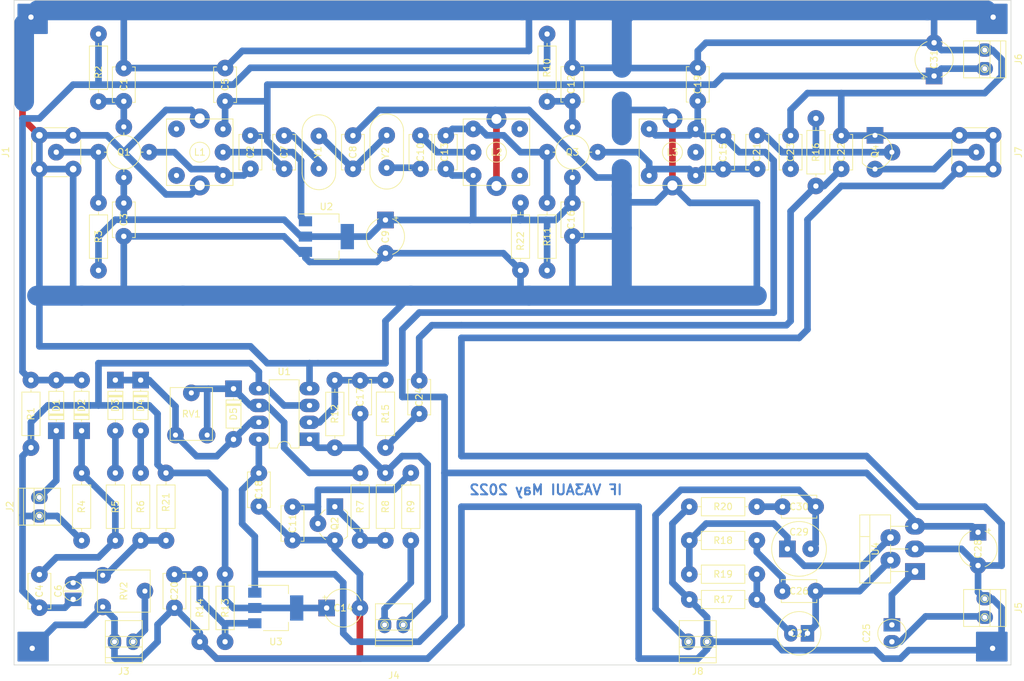
<source format=kicad_pcb>
(kicad_pcb (version 20211014) (generator pcbnew)
  (title_block (title "IF amp./Prod. det./BFO/AF amp./AGC") (date "2021-12-31") (company "VA3AUI"))
  (layers (0 "F.Cu" signal) (31 "B.Cu" signal) (34 "B.Paste" user) (35 "F.Paste" user) (36 "B.SilkS" user "B.Silkscreen") (37 "F.SilkS" user "F.Silkscreen") (38 "B.Mask" user) (39 "F.Mask" user) (44 "Edge.Cuts" user))
  (net 0 "")
  (net 1 "GNDPWR")
  (net 2 "Net-(C2-Pad2)")
  (net 3 "Net-(C1-Pad2)")
  (net 4 "Net-(C7-Pad1)")
  (net 5 "Net-(D4-Pad2)")
  (net 6 "/+6.5V")
  (net 7 "Net-(C7-Pad2)")
  (net 8 "/+13.8V")
  (net 9 "/AGC")
  (net 10 "Net-(C6-Pad2)")
  (net 11 "Net-(C12-Pad2)")
  (net 12 "/+2.5V")
  (net 13 "Net-(C8-Pad2)")
  (net 14 "Net-(C11-Pad2)")
  (net 15 "/Manual")
  (net 16 "/Product Detector")
  (net 17 "/Speaker")
  (net 18 "Net-(C10-Pad1)")
  (net 19 "Net-(D1-Pad2)")
  (net 20 "Net-(C10-Pad2)")
  (net 21 "/AF In")
  (net 22 "Net-(J3-Pad2)")
  (net 23 "/630uV")
  (net 24 "Net-(C20-Pad1)")
  (net 25 "Net-(C24-Pad1)")
  (net 26 "Net-(C26-Pad1)")
  (net 27 "Net-(C27-Pad2)")
  (net 28 "/6.5Vpp")
  (net 29 "Net-(D3-Pad2)")
  (net 30 "Net-(D5-Pad1)")
  (net 31 "/20mV")
  (net 32 "Net-(C30-Pad1)")
  (net 33 "Net-(J1-Pad1)")
  (net 34 "Net-(J7-Pad1)")
  (net 35 "/AGC OFF")
  (net 36 "Net-(C13-Pad1)")
  (net 37 "Net-(C17-Pad2)")
  (net 38 "Net-(C21-Pad2)")
  (net 39 "Net-(C25-Pad1)")
  (net 40 "Net-(C26-Pad2)")
  (net 41 "Net-(C29-Pad1)")
  (net 42 "Net-(Q2-Pad3)")
  (footprint "VA3AUI:C_Disc_D5.1mm_W3.2mm_P5.00mm_MLCC" (layer "F.Cu") (at 100.33 67.35 -90)
    (fp_text reference "C2")
    (fp_text value "47" hide)
  )
  (footprint "VA3AUI:C_Disc_D5.1mm_W3.2mm_P5.00mm_MLCC" (layer "F.Cu") (at 96.52 57.19 -90)
    (fp_text reference "C5")
    (fp_text value "33n" hide)
  )
  (footprint "VA3AUI:C_Disc_D5.1mm_W3.2mm_P5.00mm_MLCC" (layer "F.Cu") (at 115.76 67.35 -90)
    (fp_text reference "C8")
    (fp_text value "56" hide)
  )
  (footprint "VA3AUI:C_Disc_D5.1mm_W3.2mm_P5.00mm_MLCC" (layer "F.Cu") (at 125.92 67.35 -90)
    (fp_text reference "C10")
    (fp_text value "56")
  )
  (footprint "VA3AUI:C_Disc_D5.1mm_W3.2mm_P5.00mm_MLCC" (layer "F.Cu") (at 148.78 77.51 -90)
    (fp_text reference "C16")
    (fp_text value "33n" hide)
  )
  (footprint "VA3AUI:C_Disc_D5.1mm_W3.2mm_P5.00mm_MLCC" (layer "F.Cu") (at 88.9 133.39 -90)
    (fp_text reference "C20")
    (fp_text value "10u" hide)
  )
  (footprint "VA3AUI:CP_Radial_Tantal_D5.5mm_P5.00mm" (layer "F.Cu") (at 209.815 127.04 -90)
    (fp_text reference "C28")
    (fp_text value "22u" hide)
  )
  (footprint "VA3AUI:CP_Radial_D3mm_H8.0mm_P2.50mm" (layer "F.Cu") (at 73.66 135.89 90)
    (fp_text reference "C6")
    (fp_text value "3.3" hide)
  )
  (footprint "VA3AUI:C_Disc_D5.1mm_W3.2mm_P5.00mm_MLCC" (layer "F.Cu") (at 176.59 72.35 90)
    (fp_text reference "C21")
    (fp_text value "1n" hide)
  )
  (footprint "VA3AUI:CP_Radial_Tantal_D5.5mm_P5.00mm" (layer "F.Cu") (at 120.65 80.05 -90)
    (fp_text reference "C9")
    (fp_text value "22u" hide)
  )
  (footprint "VA3AUI:C_Disc_D5.1mm_W3.2mm_P5.00mm_MLCC" (layer "F.Cu") (at 106.6625 128.22 90)
    (fp_text reference "C11")
    (fp_text value "33n" hide)
  )
  (footprint "VA3AUI:C_Disc_D5.1mm_W3.2mm_P5.00mm_MLCC" (layer "F.Cu") (at 171.45 67.39 -90)
    (fp_text reference "C15")
    (fp_text value "47" hide)
  )
  (footprint "VA3AUI:C_Disc_D5.1mm_W3.2mm_P5.00mm_MLCC" (layer "F.Cu") (at 181.61 72.35 90)
    (fp_text reference "C23")
    (fp_text value "1n" hide)
  )
  (footprint "VA3AUI:C_Disc_D5.1mm_W3.2mm_P5.00mm_MLCC" (layer "F.Cu") (at 129.73 67.35 -90)
    (fp_text reference "C13")
    (fp_text value "47" hide)
  )
  (footprint "VA3AUI:C_Disc_D5.1mm_W3.2mm_P5.00mm_MLCC" (layer "F.Cu") (at 81.28 77.51 -90)
    (fp_text reference "C3")
    (fp_text value "33n" hide)
  )
  (footprint "VA3AUI:C_Disc_D5.1mm_W3.2mm_P5.00mm_MLCC" (layer "F.Cu") (at 125.73 109.2 90)
    (fp_text reference "C24")
    (fp_text value "0.1" hide)
  )
  (footprint "VA3AUI:C_Disc_D5.1mm_W3.2mm_P5.00mm_MLCC" (layer "F.Cu") (at 81.28 57.19 -90)
    (fp_text reference "C1")
    (fp_text value "33n" hide)
  )
  (footprint "VA3AUI:CP_Radial_Tantal_D5.5mm_P5.00mm" (layer "F.Cu") (at 203.2 58.38 90)
    (fp_text reference "C31")
    (fp_text value "22u" hide)
  )
  (footprint "VA3AUI:CP_Radial_D8.0mm_H11.5mm_P3.50mm" (layer "F.Cu") (at 181.13 129.54)
    (fp_text reference "C29")
    (fp_text value "1000u" hide)
  )
  (footprint "VA3AUI:C_Disc_D5.1mm_W3.2mm_P5.00mm_MLCC" (layer "F.Cu") (at 180.38 123.19)
    (fp_text reference "C30")
    (fp_text value "0.1" hide)
  )
  (footprint "VA3AUI:C_Disc_D5.1mm_W3.2mm_P5.00mm_MLCC" (layer "F.Cu") (at 101.6025 123.14 90)
    (fp_text reference "C18")
    (fp_text value "0.1" hide)
  )
  (footprint "VA3AUI:CP_Radial_D4.0mm_H5.0mm_P2.50mm" (layer "F.Cu") (at 196.85 142.24 -90)
    (fp_text reference "C25")
    (fp_text value "10u" hide)
  )
  (footprint "VA3AUI:C_Disc_D5.1mm_W3.2mm_P5.00mm_MLCC" (layer "F.Cu") (at 189.23 72.35 90)
    (fp_text reference "C22")
    (fp_text value "1n" hide)
  )
  (footprint "VA3AUI:C_Disc_D5.1mm_W3.2mm_P5.00mm_MLCC" (layer "F.Cu") (at 148.78 57.15 -90)
    (fp_text reference "C12")
    (fp_text value "33n" hide)
  )
  (footprint "VA3AUI:C_Disc_D5.1mm_W3.2mm_P5.00mm_MLCC" (layer "F.Cu") (at 185.38 135.89 180)
    (fp_text reference "C26")
    (fp_text value "39n" hide)
  )
  (footprint "VA3AUI:CP_Radial_D6.3mm_H5.0mm_P2.50mm" (layer "F.Cu") (at 184.15 142.24 180)
    (fp_text reference "C27")
    (fp_text value "470u" hide)
  )
  (footprint "VA3AUI:C_Disc_D5.1mm_W3.2mm_P5.00mm_MLCC" (layer "F.Cu") (at 105.41 67.35 -90)
    (fp_text reference "C7")
    (fp_text value "56" hide)
  )
  (footprint "VA3AUI:C_Disc_D5.1mm_W3.2mm_P5.00mm_MLCC" (layer "F.Cu") (at 68.58 138.39 90)
    (fp_text reference "C4")
    (fp_text value "680n" hide)
  )
  (footprint "VA3AUI:C_Disc_D5.1mm_W3.2mm_P5.00mm_MLCC" (layer "F.Cu") (at 167.64 57.15 -90)
    (fp_text reference "C19")
    (fp_text value "33n" hide)
  )
  (footprint "VA3AUI:D_DO-35_SOD27_P7.62mm_Horizontal" (layer "F.Cu") (at 71.12 111.76 90)
    (fp_text reference "D1")
    (fp_text value "BAT85" hide)
  )
  (footprint "VA3AUI:D_DO-35_SOD27_P7.62mm_Horizontal" (layer "F.Cu") (at 80.01 104.14 -90)
    (fp_text reference "D3")
    (fp_text value "BAT85" hide)
  )
  (footprint "VA3AUI:D_DO-35_SOD27_P7.62mm_Horizontal" (layer "F.Cu") (at 74.93 111.76 90)
    (fp_text reference "D2")
    (fp_text value "BAT85" hide)
  )
  (footprint "VA3AUI:D_DO-35_SOD27_P7.62mm_Horizontal" (layer "F.Cu") (at 97.79 105.44 -90)
    (fp_text reference "D5")
    (fp_text value "BAT85" hide)
  )
  (footprint "VA3AUI:D_DO-35_SOD27_P7.62mm_Horizontal" (layer "F.Cu") (at 83.82 104.14 -90)
    (fp_text reference "D4")
    (fp_text value "BAT85" hide)
  )
  (footprint "VA3AUI:2poles_screw_tb" (layer "F.Cu") (at 210.82 55.88 90)
    (fp_text reference "J6")
    (fp_text value "Screw_Terminal_01x02" hide)
  )
  (footprint "VA3AUI:SMA" (layer "F.Cu") (at 71.12 69.85 90)
    (fp_text reference "J1")
    (fp_text value "IF" hide)
  )
  (footprint "VA3AUI:SMA" (layer "F.Cu") (at 209.55 69.85 90)
    (fp_text reference "J7")
    (fp_text value "BFO" hide)
  )
  (footprint "VA3AUI:2poles_screw_tb" (layer "F.Cu") (at 68.58 123.19 -90)
    (fp_text reference "J2")
    (fp_text value "Screw_Terminal_01x02" hide)
  )
  (footprint "VA3AUI:2poles_screw_tb" (layer "F.Cu") (at 121.92 140.97)
    (fp_text reference "J4")
    (fp_text value "Screw_Terminal_01x02" hide)
  )
  (footprint "VA3AUI:2poles_screw_tb" (layer "F.Cu") (at 210.82 138.43 90)
    (fp_text reference "J5")
    (fp_text value "Screw_Terminal_01x02" hide)
  )
  (footprint "VA3AUI:Filter_IF_tap" (layer "F.Cu") (at 92.71 69.85 180)
    (fp_text reference "L1")
    (fp_text value "6.7uH" hide)
  )
  (footprint "VA3AUI:Filter_IF_tap" (layer "F.Cu") (at 137.35 69.85)
    (fp_text reference "L2")
    (fp_text value "6.7uH" hide)
  )
  (footprint "VA3AUI:BF981" (layer "F.Cu") (at 81.28 69.85)
    (fp_text reference "Q1")
    (fp_text value "BF981" hide)
  )
  (footprint "VA3AUI:TO-92_2N2222" (layer "F.Cu") (at 113.03 125.73 90)
    (fp_text reference "Q2")
    (fp_text value "2N2222")
  )
  (footprint "VA3AUI:TO-92_2N5460" (layer "F.Cu") (at 194.31 69.85 -90)
    (fp_text reference "Q4")
    (fp_text value "2N5460" hide)
  )
  (footprint "VA3AUI:BF981" (layer "F.Cu") (at 148.78 69.85)
    (fp_text reference "Q3")
    (fp_text value "BF981" hide)
  )
  (footprint "VA3AUI:R_Axial_DIN0207_L6.3mm_D2.5mm_P10.16mm_Horizontal" (layer "F.Cu") (at 67.31 104.14 -90)
    (fp_text reference "R1")
    (fp_text value "1M" hide)
  )
  (footprint "VA3AUI:R_Axial_DIN0207_L6.3mm_D2.5mm_P10.16mm_Horizontal" (layer "F.Cu") (at 77.47 77.47 -90)
    (fp_text reference "R3")
    (fp_text value "620" hide)
  )
  (footprint "VA3AUI:R_Axial_DIN0207_L6.3mm_D2.5mm_P10.16mm_Horizontal" (layer "F.Cu") (at 83.82 118.11 -90)
    (fp_text reference "R6")
    (fp_text value "1k" hide)
  )
  (footprint "VA3AUI:R_Axial_DIN0207_L6.3mm_D2.5mm_P10.16mm_Horizontal" (layer "F.Cu") (at 124.4625 118.12 -90)
    (fp_text reference "R9")
    (fp_text value "10k" hide)
  )
  (footprint "VA3AUI:R_Axial_DIN0207_L6.3mm_D2.5mm_P10.16mm_Horizontal" (layer "F.Cu") (at 144.97 77.47 -90)
    (fp_text reference "R11")
    (fp_text value "4k7" hide)
  )
  (footprint "VA3AUI:R_Axial_DIN0207_L6.3mm_D2.5mm_P10.16mm_Horizontal" (layer "F.Cu") (at 176.53 137.16 180)
    (fp_text reference "R17")
    (fp_text value "2.2 Ohm" hide)
  )
  (footprint "VA3AUI:R_Axial_DIN0207_L6.3mm_D2.5mm_P10.16mm_Horizontal" (layer "F.Cu") (at 166.37 133.35)
    (fp_text reference "R19")
    (fp_text value "220" hide)
  )
  (footprint "VA3AUI:R_Axial_DIN0207_L6.3mm_D2.5mm_P10.16mm_Horizontal" (layer "F.Cu") (at 113.03 114.32 90)
    (fp_text reference "R12")
    (fp_text value "1M" hide)
  )
  (footprint "VA3AUI:R_Axial_DIN0207_L6.3mm_D2.5mm_P10.16mm_Horizontal" (layer "F.Cu") (at 74.93 118.11 -90)
    (fp_text reference "R4")
    (fp_text value "1M" hide)
  )
  (footprint "VA3AUI:R_Axial_DIN0207_L6.3mm_D2.5mm_P10.16mm_Horizontal" (layer "F.Cu") (at 144.97 52.07 -90)
    (fp_text reference "R10")
    (fp_text value "10k" hide)
  )
  (footprint "VA3AUI:R_Axial_DIN0207_L6.3mm_D2.5mm_P10.16mm_Horizontal" (layer "F.Cu") (at 166.37 128.27)
    (fp_text reference "R18")
    (fp_text value "39" hide)
  )
  (footprint "VA3AUI:R_Axial_DIN0207_L6.3mm_D2.5mm_P10.16mm_Horizontal" (layer "F.Cu") (at 185.42 74.93 90)
    (fp_text reference "R16")
    (fp_text value "1k" hide)
  )
  (footprint "VA3AUI:R_Axial_DIN0207_L6.3mm_D2.5mm_P10.16mm_Horizontal" (layer "F.Cu") (at 176.53 123.19 180)
    (fp_text reference "R20")
    (fp_text value "1" hide)
  )
  (footprint "VA3AUI:R_Axial_DIN0207_L6.3mm_D2.5mm_P10.16mm_Horizontal" (layer "F.Cu") (at 96.52 133.35 -90)
    (fp_text reference "R13")
    (fp_text value "510" hide)
  )
  (footprint "VA3AUI:R_Axial_DIN0207_L6.3mm_D2.5mm_P10.16mm_Horizontal" (layer "F.Cu") (at 92.71 133.35 -90)
    (fp_text reference "R14")
    (fp_text value "120" hide)
  )
  (footprint "VA3AUI:R_Axial_DIN0207_L6.3mm_D2.5mm_P10.16mm_Horizontal" (layer "F.Cu") (at 120.65 104.14 -90)
    (fp_text reference "R15")
    (fp_text value "10k" hide)
  )
  (footprint "VA3AUI:R_Axial_DIN0207_L6.3mm_D2.5mm_P10.16mm_Horizontal" (layer "F.Cu") (at 120.6325 128.26 90)
    (fp_text reference "R8")
    (fp_text value "4k7" hide)
  )
  (footprint "VA3AUI:R_Axial_DIN0207_L6.3mm_D2.5mm_P10.16mm_Horizontal" (layer "F.Cu") (at 116.84 118.11 -90)
    (fp_text reference "R7")
    (fp_text value "4k7" hide)
  )
  (footprint "VA3AUI:R_Axial_DIN0207_L6.3mm_D2.5mm_P10.16mm_Horizontal" (layer "F.Cu") (at 80.01 118.11 -90)
    (fp_text reference "R5")
    (fp_text value "1k" hide)
  )
  (footprint "VA3AUI:R_trimmer" (layer "F.Cu") (at 91.44 109.24)
    (fp_text reference "RV1")
    (fp_text value "200k" hide)
  )
  (footprint "VA3AUI:R_trimmer" (layer "F.Cu") (at 81.28 135.89 -90)
    (fp_text reference "RV2")
    (fp_text value "1M" hide)
  )
  (footprint "VA3AUI:HC49-U" (layer "F.Cu") (at 110.64 72.3 90)
    (fp_text reference "Y1")
    (fp_text value "9MHz" hide)
  )
  (footprint "VA3AUI:HC49-U" (layer "F.Cu") (at 120.84 67.31 -90)
    (fp_text reference "Y2")
    (fp_text value "9MHz" hide)
  )
  (footprint "VA3AUI:CP_Radial_Tantal_D5.5mm_P5.00mm" (layer "F.Cu") (at 111.8 138.43)
    (fp_text reference "C14")
    (fp_text value "22u" hide)
  )
  (footprint "VA3AUI:2poles_screw_tb" (layer "F.Cu") (at 81.28 143.51)
    (fp_text reference "J3")
    (fp_text value "Screw_Terminal_01x02" hide)
  )
  (footprint "VA3AUI:R_Axial_DIN0207_L6.3mm_D2.5mm_P10.16mm_Horizontal" (layer "F.Cu") (at 77.47 52.07 -90)
    (fp_text reference "R2")
    (fp_text value "10k" hide)
  )
  (footprint "VA3AUI:TL072" (layer "F.Cu") (at 109.2225 113.04 180)
    (fp_text reference "U1")
    (fp_text value "TL072" hide)
  )
  (footprint "VA3AUI:Filter_IF" (layer "F.Cu") (at 163.83 69.85 180)
    (fp_text reference "L3")
    (fp_text value "6.7uH" hide)
  )
  (footprint "VA3AUI:AMS1117" (layer "F.Cu") (at 111.76 82.55)
    (fp_text reference "U2")
    (fp_text value "AMS1117" hide)
  )
  (footprint "VA3AUI:AMS1117" (layer "F.Cu") (at 104.14 138.43)
    (fp_text reference "U3")
    (fp_text value "AMS1117" hide)
  )
  (footprint "VA3AUI:R_Axial_DIN0207_L6.3mm_D2.5mm_P10.16mm_Horizontal" (layer "F.Cu") (at 87.63 128.27 90)
    (fp_text reference "R21")
    (fp_text value "100k" hide)
  )
  (footprint "VA3AUI:C_Disc_D5.1mm_W3.2mm_P5.00mm_MLCC" (layer "F.Cu") (at 116.84 109.2 90)
    (fp_text reference "C17")
    (fp_text value "15" hide)
  )
  (footprint "VA3AUI:TDA2203" (layer "F.Cu") (at 200.3375 132.94 90)
    (fp_text reference "U4")
    (fp_text value "TDA2003" hide)
  )
  (footprint "VA3AUI:2poles_screw_tb" (layer "F.Cu") (at 167.64 143.51)
    (fp_text reference "J8")
    (fp_text value "Screw_Terminal_01x02" hide)
  )
  (footprint "VA3AUI:R_Axial_DIN0207_L6.3mm_D2.5mm_P10.16mm_Horizontal" (layer "F.Cu") (at 140.97 77.47 -90)
    (fp_text reference "R22")
    (fp_text value "220" hide)
  )
  (gr_line (start 64.77 47) (end 214.77 47) (layer "Edge.Cuts") (width 0.1))
  (gr_line (start 64.77 47) (end 64.77 147) (layer "Edge.Cuts") (width 0.1))
  (gr_line (start 214.77 47) (end 214.77 147) (layer "Edge.Cuts") (width 0.1))
  (gr_line (start 214.77 147) (end 64.77 147) (layer "Edge.Cuts") (width 0.1))
  (gr_text "IF VA3AUI May 2022" (at 144.78 120.65) (layer "B.Cu") (effects (font (size 1.5 1.5) (thickness 0.3)) (justify mirror)))
  (segment (start 68.58 67.31) (end 66.04 64.77) (width 1) (layer "F.Cu") (net 1))
  (segment (start 137.35 64.85) (end 137.35 74.93) (width 1) (layer "F.Cu") (net 1))
  (segment (start 116.8 146.01) (end 116.8 138.43) (width 1) (layer "F.Cu") (net 1))
  (segment (start 163.83 64.77) (end 163.83 74.85) (width 1) (layer "F.Cu") (net 1))
  (segment (start 66.04 64.77) (end 66.04 50.8) (width 1) (layer "F.Cu") (net 1))
  (segment (start 66.04 50.8) (end 67.31 49.53) (width 1) (layer "F.Cu") (net 1))
  (segment (start 116.84 146.05) (end 116.8 146.01) (width 1) (layer "F.Cu") (net 1))
  (segment (start 95.25 146.05) (end 116.84 146.05) (width 1) (layer "F.Cu") (net 1))
  (segment (start 92.71 143.51) (end 95.25 146.05) (width 1) (layer "F.Cu") (net 1))
  (via (at 212 144.5) (size 2) (drill 0.8) (layers "F.Cu" "B.Cu") (net 1))
  (via (at 67.5 144.5) (size 2) (drill 0.8) (layers "F.Cu" "B.Cu") (net 1))
  (via (at 67.31 49.53) (size 2) (drill 0.8) (layers "F.Cu" "B.Cu") (net 1))
  (via (at 212.09 49.53) (size 2) (drill 0.8) (layers "F.Cu" "B.Cu") (net 1))
  (segment (start 157.23998 48.50002) (end 202.17002 48.50002) (width 3) (layer "B.Cu") (net 1))
  (segment (start 142.24 63.5) (end 152.4 73.66) (width 1) (layer "B.Cu") (net 1))
  (segment (start 86.36 143.51) (end 83.82 146.05) (width 1) (layer "B.Cu") (net 1))
  (segment (start 154.94 73.66) (end 156.21 74.93) (width 1) (layer "B.Cu") (net 1))
  (segment (start 137.16 63.5) (end 142.24 63.5) (width 1) (layer "B.Cu") (net 1))
  (segment (start 79.88 140.048) (end 78.104 138.272) (width 1) (layer "B.Cu") (net 1))
  (segment (start 148.78 57.15) (end 154.94 57.15) (width 1) (layer "B.Cu") (net 1))
  (segment (start 142.24 54.61) (end 142.24 49.53) (width 1) (layer "B.Cu") (net 1))
  (segment (start 189.23 67.35) (end 206.97 67.35) (width 1) (layer "B.Cu") (net 1))
  (segment (start 207.315 129.54) (end 209.815 132.04) (width 1) (layer "B.Cu") (net 1))
  (segment (start 81.28 82.51) (end 105.37 82.51) (width 1) (layer "B.Cu") (net 1))
  (segment (start 116.8 133.39) (end 116.8 138.43) (width 1) (layer "B.Cu") (net 1))
  (segment (start 199.39 144.78) (end 211.72 144.78) (width 1) (layer "B.Cu") (net 1))
  (segment (start 132.08 97.79) (end 132.08 115.57) (width 1) (layer "B.Cu") (net 1))
  (segment (start 92.71 143.51) (end 92.71 142.2) (width 1) (layer "B.Cu") (net 1))
  (segment (start 92.71 142.2) (end 88.9 138.39) (width 1) (layer "B.Cu") (net 1))
  (segment (start 200.66 123.19) (end 210.82 123.19) (width 1) (layer "B.Cu") (net 1))
  (segment (start 156.21 90.17) (end 156.21 81.28) (width 3) (layer "B.Cu") (net 1))
  (segment (start 163.83 134.62) (end 166.37 137.16) (width 1) (layer "B.Cu") (net 1))
  (segment (start 148.78 82.51) (end 154.98 82.51) (width 1) (layer "B.Cu") (net 1))
  (segment (start 167.64 54.61) (end 167.64 57.19) (width 1) (layer "B.Cu") (net 1))
  (segment (start 213.36 55.88) (end 211.96 54.48) (width 1) (layer "B.Cu") (net 1))
  (segment (start 79.88 145.92) (end 80.01 146.05) (width 1) (layer "B.Cu") (net 1))
  (segment (start 137.35 64.85) (end 137.35 63.69) (width 1) (layer "B.Cu") (net 1))
  (segment (start 166.45 77.47) (end 176.53 77.47) (width 1) (layer "B.Cu") (net 1))
  (segment (start 166.37 123.19) (end 163.83 125.73) (width 1) (layer "B.Cu") (net 1))
  (segment (start 180.34 144.78) (end 179.07 143.51) (width 1) (layer "B.Cu") (net 1))
  (segment (start 79.88 143.51) (end 79.88 145.92) (width 1) (layer "B.Cu") (net 1))
  (segment (start 119.61 63.5) (end 137.16 63.5) (width 1) (layer "B.Cu") (net 1))
  (segment (start 203.2 49.53) (end 202.17002 48.50002) (width 1) (layer "B.Cu") (net 1))
  (segment (start 198.12 146.05) (end 195.58 146.05) (width 1) (layer "B.Cu") (net 1))
  (segment (start 132.08 115.57) (end 193.04 115.57) (width 1) (layer "B.Cu") (net 1))
  (segment (start 86.36 140.93) (end 86.36 143.51) (width 1) (layer "B.Cu") (net 1))
  (segment (start 142.24 49.53) (end 141.21002 48.50002) (width 1) (layer "B.Cu") (net 1))
  (segment (start 96.52 57.19) (end 99.1 54.61) (width 1) (layer "B.Cu") (net 1))
  (segment (start 157.23998 48.50002) (end 156.21 49.53) (width 3) (layer "B.Cu") (net 1))
  (segment (start 156.21 76.2) (end 156.21 74.93) (width 3) (layer "B.Cu") (net 1))
  (segment (start 154.69998 48.50002) (end 157.23998 48.50002) (width 3) (layer "B.Cu") (net 1))
  (segment (start 75.406 140.97) (end 71.03 140.97) (width 1) (layer "B.Cu") (net 1))
  (segment (start 210.82 137.03) (end 211.96 137.03) (width 1) (layer "B.Cu") (net 1))
  (segment (start 109.22 101.6) (end 102.87 101.6) (width 1) (layer "B.Cu") (net 1))
  (segment (start 120.65 85.05) (end 138.39 85.05) (width 1) (layer "B.Cu") (net 1))
  (segment (start 81.28 69.85) (end 87.63 76.2) (width 1) (layer "B.Cu") (net 1))
  (segment (start 161.29 77.39) (end 157.4 77.39) (width 1) (layer "B.Cu") (net 1))
  (segment (start 210.82 54.48) (end 204.3 54.48) (width 1) (layer "B.Cu") (net 1))
  (segment (start 213.36 143.14) (end 212 144.5) (width 1) (layer "B.Cu") (net 1))
  (segment (start 141.21002 48.50002) (end 148.34998 48.50002) (width 3) (layer "B.Cu") (net 1))
  (segment (start 120.65 101.6) (end 120.65 95.25) (width 1) (layer "B.Cu") (net 1))
  (segment (start 138.39 85.05) (end 140.97 87.63) (width 1) (layer "B.Cu") (net 1))
  (segment (start 68.33998 48.50002) (end 141.21002 48.50002) (width 3) (layer "B.Cu") (net 1))
  (segment (start 207.01 67.31) (end 212.09 67.31) (width 1) (layer "B.Cu") (net 1))
  (segment (start 154.98 82.51) (end 156.21 81.28) (width 1) (layer "B.Cu") (net 1))
  (segment (start 189.23 74.93) (end 184.15 80.01) (width 1) (layer "B.Cu") (net 1))
  (segment (start 88.9 138.39) (end 86.36 140.93) (width 1) (layer "B.Cu") (net 1))
  (segment (start 158.75 123.19) (end 158.75 146.05) (width 1) (layer "B.Cu") (net 1))
  (segment (start 193.04 115.57) (end 200.66 123.19) (width 1) (layer "B.Cu") (net 1))
  (segment (start 156.21 49.53) (end 156.21 57.15) (width 3) (layer "B.Cu") (net 1))
  (segment (start 115.76 67.35) (end 119.61 63.5) (width 1) (layer "B.Cu") (net 1))
  (segment (start 155.42004 48.26) (end 154.94 48.74004) (width 1) (layer "B.Cu") (net 1))
  (segment (start 66.27002 50.56998) (end 66.27002 62.23) (width 3) (layer "B.Cu") (net 1))
  (segment (start 132.08 140.97) (end 132.08 123.19) (width 1) (layer "B.Cu") (net 1))
  (segment (start 68.58 72.39) (end 68.58 91.44) (width 1) (layer "B.Cu") (net 1))
  (segment (start 212.09 67.31) (end 212.09 72.39) (width 1) (layer "B.Cu") (net 1))
  (segment (start 184.15 60.96) (end 210.82 60.96) (width 1) (layer "B.Cu") (net 1))
  (segment (start 181.61 67.35) (end 181.61 63.5) (width 1) (layer "B.Cu") (net 1))
  (segment (start 140.97 90.17) (end 142.24 91.44) (width 1) (layer "B.Cu") (net 1))
  (segment (start 108.61 85.75) (end 109.22 86.36) (width 1) (layer "B.Cu") (net 1))
  (segment (start 162.56 63.5) (end 157.48 63.5) (width 1) (layer "B.Cu") (net 1))
  (segment (start 203.2 53.38) (end 168.87 53.38) (width 1) (layer "B.Cu") (net 1))
  (segment (start 213.36 138.43) (end 213.36 143.14) (width 1) (layer "B.Cu") (net 1))
  (segment (start 194.31 144.78) (end 180.34 144.78) (width 1) (layer "B.Cu") (net 1))
  (segment (start 110.49 101.6) (end 109.22 101.6) (width 1) (layer "B.Cu") (net 1))
  (segment (start 87.63 63.5) (end 91.44 63.5) (width 1) (layer "B.Cu") (net 1))
  (segment (start 211.96 137.03) (end 213.36 138.43) (width 1) (layer "B.Cu") (net 1))
  (segment (start 99.1 54.61) (end 142.24 54.61) (width 1) (layer "B.Cu") (net 1))
  (segment (start 73.66 72.39) (end 73.66 90.17) (width 1) (layer "B.Cu") (net 1))
  (segment (start 90.17 91.44) (end 74.93 91.44) (width 3) (layer "B.Cu") (net 1))
  (segment (start 81.28 82.51) (end 81.28 90.17) (width 1) (layer "B.Cu") (net 1))
  (segment (start 182.88 97.79) (end 132.08 97.79) (width 1) (layer "B.Cu") (net 1))
  (segment (start 202.17002 48.50002) (end 211.06002 48.50002) (width 3) (layer "B.Cu") (net 1))
  (segment (start 78.104 138.272) (end 75.406 140.97) (width 1) (layer "B.Cu") (net 1))
  (segment (start 110.49 101.6) (end 120.65 101.6) (width 1) (layer "B.Cu") (net 1))
  (segment (start 102.87 101.6) (end 100.33 99.06) (width 1) (layer "B.Cu") (net 1))
  (segment (start 156.21 74.93) (end 156.21 72.39) (width 3) (layer "B.Cu") (net 1))
  (segment (start 213.36 58.42) (end 213.36 55.88) (width 1) (layer "B.Cu") (net 1))
  (segment (start 81.28 57.19) (end 81.28 49.53) (width 1) (layer "B.Cu") (net 1))
  (segment (start 124.46 91.44) (end 142.24 91.44) (width 3) (layer "B.Cu") (net 1))
  (segment (start 112.9725 128.22) (end 113.0125 128.26) (width 1) (layer "B.Cu") (net 1))
  (segment (start 207.01 72.39) (end 212.09 72.39) (width 1) (layer "B.Cu") (net 1))
  (segment (start 68.58 72.39) (end 68.58 67.31) (width 1) (layer "B.Cu") (net 1))
  (segment (start 209.815 132.04) (end 213.32 132.04) (width 1) (layer "B.Cu") (net 1))
  (segment (start 203.2 53.38) (end 203.2 49.53) (width 1) (layer "B.Cu") (net 1))
  (segment (start 113.0125 128.26) (end 113.0125 129.5225) (width 1) (layer "B.Cu") (net 1))
  (segment (start 204.47 74.93) (end 189.23 74.93) (width 1) (layer "B.Cu") (net 1))
  (segment (start 176.53 77.47) (end 176.53 91.44) (width 1) (layer "B.Cu") (net 1))
  (segment (start 169.04 139.83) (end 166.37 137.16) (width 1) (layer "B.Cu") (net 1))
  (segment (start 92.71 143.51) (end 95.25 146.05) (width 1) (layer "B.Cu") (net 1))
  (segment (start 79.88 143.51) (end 79.88 140.048) (width 1) (layer "B.Cu") (net 1))
  (segment (start 101.6025 123.16) (end 106.6625 128.22) (width 1) (layer "B.Cu") (net 1))
  (segment (start 181.61 63.5) (end 184.15 60.96) (width 1) (layer "B.Cu") (net 1))
  (segment (start 73.66 72.39) (end 68.58 72.39) (width 1) (layer "B.Cu") (net 1))
  (segment (start 211.96 54.48) (end 210.82 54.48) (width 1) (layer "B.Cu") (net 1))
  (segment (start 163.83 74.85) (end 166.45 77.47) (width 1) (layer "B.Cu") (net 1))
  (segment (start 73.66 67.31) (end 78.74 67.31) (width 1) (layer "B.Cu") (net 1))
  (segment (start 101.6025 123.14) (end 101.6025 123.16) (width 1) (layer "B.Cu") (net 1))
  (segment (start 168.87 53.38) (end 167.64 54.61) (width 1) (layer "B.Cu") (net 1))
  (segment (start 67.31 49.53) (end 66.27002 50.56998) (width 3) (layer "B.Cu") (net 1))
  (segment (start 148.78 48.93004) (end 148.34998 48.50002) (width 1) (layer "B.Cu") (net 1))
  (segment (start 80.01 146.05) (end 83.82 146.05) (width 1) (layer "B.Cu") (net 1))
  (segment (start 210.82 123.19) (end 213.36 125.73) (width 1) (layer "B.Cu") (net 1))
  (segment (start 113.0125 129.5225) (end 116.84 133.35) (width 1) (layer "B.Cu") (net 1))
  (segment (start 163.83 74.85) (end 161.29 77.39) (width 1) (layer "B.Cu") (net 1))
  (segment (start 91.44 63.5) (end 92.71 64.77) (width 1) (layer "B.Cu") (net 1))
  (segment (start 127 146.05) (end 132.08 140.97) (width 1) (layer "B.Cu") (net 1))
  (segment (start 71.03 140.97) (end 67.5 144.5) (width 1) (layer "B.Cu") (net 1))
  (segment (start 213.36 125.73) (end 213.36 132.08) (width 1) (layer "B.Cu") (net 1))
  (segment (start 156.21 62.23) (end 156.21 67.31) (width 3) (layer "B.Cu") (net 1))
  (segment (start 137.35 63.69) (end 137.16 63.5) (width 1) (layer "B.Cu") (net 1))
  (segment (start 119.34 86.36) (end 120.65 85.05) (width 1) (layer "B.Cu") (net 1))
  (segment (start 209.815 132.04) (end 209.815 136.025) (width 1) (layer "B.Cu") (net 1))
  (segment (start 207.01 72.39) (end 204.47 74.93) (width 1) (layer "B.Cu") (net 1))
  (segment (start 95.25 146.05) (end 127 146.05) (width 1) (layer "B.Cu") (net 1))
  (segment (start 109.2225 105.42) (end 109.2225 101.6025) (width 1) (layer "B.Cu") (net 1))
  (segment (start 195.58 146.05) (end 194.31 144.78) (width 1) (layer "B.Cu") (net 1))
  (segment (start 211.72 144.78) (end 212 144.5) (width 1) (layer "B.Cu") (net 1))
  (segment (start 189.23 67.35) (end 189.23 60.96) (width 1) (layer "B.Cu") (net 1))
  (segment (start 87.63 76.2) (end 91.36 76.2) (width 1) (layer "B.Cu") (net 1))
  (segment (start 163.83 64.77) (end 162.56 63.5) (width 1) (layer "B.Cu") (net 1))
  (segment (start 157.4 77.39) (end 156.21 76.2) (width 1) (layer "B.Cu") (net 1))
  (segment (start 67.31 49.53) (end 68.33998 48.50002) (width 3) (layer "B.Cu") (net 1))
  (segment (start 90.17 91.44) (end 124.46 91.44) (width 3) (layer "B.Cu") (net 1))
  (segment (start 209.815 136.025) (end 210.82 137.03) (width 1) (layer "B.Cu") (net 1))
  (segment (start 148.34998 48.50002) (end 154.69998 48.50002) (width 3) (layer "B.Cu") (net 1))
  (segment (start 106.6625 128.22) (end 112.9725 128.22) (width 1) (layer "B.Cu") (net 1))
  (segment (start 68.58 67.31) (end 73.66 67.31) (width 1) (layer "B.Cu") (net 1))
  (segment (start 169.04 144.65) (end 169.04 143.51) (width 1) (layer "B.Cu") (net 1))
  (segment (start 132.08 123.19) (end 158.75 123.19) (width 1) (layer "B.Cu") (net 1))
  (segment (start 108.61 84.85) (end 108.61 85.75) (width 1) (layer "B.Cu") (net 1))
  (segment (start 100.33 99.06) (end 68.58 99.06) (width 1) (layer "B.Cu") (net 1))
  (segment (start 184.15 96.52) (end 182.88 97.79) (width 1) (layer "B.Cu") (net 1))
  (segment (start 140.97 87.63) (end 140.97 90.17) (width 1) (layer "B.Cu") (net 1))
  (segment (start 199.39 144.78) (end 198.12 146.05) (width 1) (layer "B.Cu") (net 1))
  (segment (start 81.28 57.19) (end 96.52 57.19) (width 1) (layer "B.Cu") (net 1))
  (segment (start 109.2225 101.6025) (end 109.22 101.6) (width 1) (layer "B.Cu") (net 1))
  (segment (start 109.22 86.36) (end 119.34 86.36) (width 1) (layer "B.Cu") (net 1))
  (segment (start 120.65 95.25) (end 124.46 91.44) (width 1) (layer "B.Cu") (net 1))
  (segment (start 179.07 143.51) (end 169.04 143.51) (width 1) (layer "B.Cu") (net 1))
  (segment (start 81.28 69.85) (end 87.63 63.5) (width 1) (layer "B.Cu") (net 1))
  (segment (start 211.06002 48.50002) (end 212.09 49.53) (width 3) (layer "B.Cu") (net 1))
  (segment (start 78.74 67.31) (end 81.28 69.85) (width 1) (layer "B.Cu") (net 1))
  (segment (start 142.24 91.44) (end 176.53 91.44) (width 3) (layer "B.Cu") (net 1))
  (segment (start 213.36 58.42) (end 210.82 60.96) (width 1) (layer "B.Cu") (net 1))
  (segment (start 68.58 99.06) (end 68.58 92.71) (width 1) (layer "B.Cu") (net 1))
  (segment (start 200.3375 129.54) (end 207.315 129.54) (width 1) (layer "B.Cu") (net 1))
  (segment (start 204.3 54.48) (end 203.2 53.38) (width 1) (layer "B.Cu") (net 1))
  (segment (start 163.83 125.73) (end 163.83 134.62) (width 1) (layer "B.Cu") (net 1))
  (segment (start 167.64 146.05) (end 169.04 144.65) (width 1) (layer "B.Cu") (net 1))
  (segment (start 156.21 81.28) (end 156.21 76.2) (width 3) (layer "B.Cu") (net 1))
  (segment (start 167.64 57.19) (end 157.52 57.19) (width 1) (layer "B.Cu") (net 1))
  (segment (start 105.37 82.51) (end 107.95 85.09) (width 1) (layer "B.Cu") (net 1))
  (segment (start 148.78 82.51) (end 148.78 90.36) (width 1) (layer "B.Cu") (net 1))
  (segment (start 74.93 91.44) (end 68.23952 91.44) (width 3) (layer "B.Cu") (net 1))
  (segment (start 158.75 146.05) (end 167.64 146.05) (width 1) (layer "B.Cu") (net 1))
  (segment (start 184.15 80.01) (end 184.15 96.52) (width 1) (layer "B.Cu") (net 1))
  (segment (start 91.36 76.2) (end 92.71 74.85) (width 1) (layer "B.Cu") (net 1))
  (segment (start 148.78 57.15) (end 148.78 48.93004) (width 1) (layer "B.Cu") (net 1))
  (segment (start 152.4 73.66) (end 154.94 73.66) (width 1) (layer "B.Cu") (net 1))
  (segment (start 206.97 67.35) (end 207.01 67.31) (width 1) (layer "B.Cu") (net 1))
  (segment (start 169.04 143.51) (end 169.04 139.83) (width 1) (layer "B.Cu") (net 1))
  (segment (start 96.21 73.35) (end 99.33 73.35) (width 1) (layer "B.Cu") (net 2))
  (segment (start 95.25 72.39) (end 96.21 73.35) (width 1) (layer "B.Cu") (net 2))
  (segment (start 88.9 69.85) (end 91.44 72.39) (width 1) (layer "B.Cu") (net 2))
  (segment (start 99.33 73.35) (end 100.33 72.35) (width 1) (layer "B.Cu") (net 2))
  (segment (start 91.44 72.39) (end 95.25 72.39) (width 1) (layer "B.Cu") (net 2))
  (segment (start 85.09 69.85) (end 88.9 69.85) (width 1) (layer "B.Cu") (net 2))
  (segment (start 81.24 62.19) (end 81.28 62.23) (width 1) (layer "B.Cu") (net 3))
  (segment (start 77.47 62.19) (end 81.24 62.19) (width 1) (layer "B.Cu") (net 3))
  (segment (start 81.28 66.04) (end 81.28 62.23) (width 1) (layer "B.Cu") (net 3))
  (segment (start 105.45 67.31) (end 105.41 67.35) (width 1) (layer "B.Cu") (net 4))
  (segment (start 110.64 71.27) (end 106.68 67.31) (width 1) (layer "B.Cu") (net 4))
  (segment (start 106.68 67.31) (end 105.45 67.31) (width 1) (layer "B.Cu") (net 4))
  (segment (start 110.64 72.3) (end 110.64 71.27) (width 1) (layer "B.Cu") (net 4))
  (segment (start 83.82 111.76) (end 83.82 118.11) (width 1) (layer "B.Cu") (net 5))
  (segment (start 77.47 101.6) (end 100.3225 101.6) (width 1) (layer "B.Cu") (net 6))
  (segment (start 66.04 135.85) (end 68.58 138.39) (width 1) (layer "B.Cu") (net 6))
  (segment (start 105.4 107.96) (end 109.2225 107.96) (width 1) (layer "B.Cu") (net 6))
  (segment (start 96.52 120.65) (end 96.52 133.35) (width 1) (layer "B.Cu") (net 6))
  (segment (start 76.2 107.95) (end 77.47 107.95) (width 1) (layer "B.Cu") (net 6))
  (segment (start 77.47 107.95) (end 77.47 101.6) (width 1) (layer "B.Cu") (net 6))
  (segment (start 67.31 114.3) (end 67.31 110.49) (width 1) (layer "B.Cu") (net 6))
  (segment (start 67.31 114.3) (end 66.04 115.57) (width 1) (layer "B.Cu") (net 6))
  (segment (start 68.58 138.39) (end 72.41 138.39) (width 1) (layer "B.Cu") (net 6))
  (segment (start 85.09 107.95) (end 86.36 109.22) (width 1) (layer "B.Cu") (net 6))
  (segment (start 68.58 124.59) (end 71.25 124.59) (width 1) (layer "B.Cu") (net 6))
  (segment (start 93.98 118.11) (end 96.52 120.65) (width 1) (layer "B.Cu") (net 6))
  (segment (start 72.41 138.39) (end 73.66 137.14) (width 1) (layer "B.Cu") (net 6))
  (segment (start 69.85 107.95) (end 76.2 107.95) (width 1) (layer "B.Cu") (net 6))
  (segment (start 87.63 118.11) (end 93.98 118.11) (width 1) (layer "B.Cu") (net 6))
  (segment (start 66.17 124.59) (end 66.04 124.46) (width 1) (layer "B.Cu") (net 6))
  (segment (start 66.04 124.46) (end 66.04 135.85) (width 1) (layer "B.Cu") (net 6))
  (segment (start 100.99 138.43) (end 97.79 138.43) (width 1) (layer "B.Cu") (net 6))
  (segment (start 100.3225 101.6) (end 101.6025 102.88) (width 1) (layer "B.Cu") (net 6))
  (segment (start 68.58 124.59) (end 66.17 124.59) (width 1) (layer "B.Cu") (net 6))
  (segment (start 86.36 116.84) (end 87.63 118.11) (width 1) (layer "B.Cu") (net 6))
  (segment (start 66.04 115.57) (end 66.04 124.46) (width 1) (layer "B.Cu") (net 6))
  (segment (start 77.47 107.95) (end 85.09 107.95) (width 1) (layer "B.Cu") (net 6))
  (segment (start 100.99 138.43) (end 107.29 138.43) (width 1) (layer "B.Cu") (net 6))
  (segment (start 67.31 110.49) (end 69.85 107.95) (width 1) (layer "B.Cu") (net 6))
  (segment (start 101.6025 105.42) (end 102.86 105.42) (width 1) (layer "B.Cu") (net 6))
  (segment (start 107.29 138.43) (end 111.8 138.43) (width 1) (layer "B.Cu") (net 6))
  (segment (start 96.52 137.16) (end 96.52 133.35) (width 1) (layer "B.Cu") (net 6))
  (segment (start 97.79 138.43) (end 96.52 137.16) (width 1) (layer "B.Cu") (net 6))
  (segment (start 102.86 105.42) (end 105.4 107.96) (width 1) (layer "B.Cu") (net 6))
  (segment (start 86.36 109.22) (end 86.36 116.84) (width 1) (layer "B.Cu") (net 6))
  (segment (start 101.6025 102.88) (end 101.6025 105.42) (width 1) (layer "B.Cu") (net 6))
  (segment (start 71.25 124.59) (end 74.93 128.27) (width 1) (layer "B.Cu") (net 6))
  (segment (start 102.91 69.85) (end 105.41 72.35) (width 1) (layer "B.Cu") (net 7))
  (segment (start 96.21 69.85) (end 102.91 69.85) (width 1) (layer "B.Cu") (net 7))
  (segment (start 100.33 67.35) (end 102.83 67.35) (width 1) (layer "B.Cu") (net 8))
  (segment (start 99.0925 125.6975) (end 99.0925 125.7625) (width 1) (layer "B.Cu") (net 8))
  (segment (start 101.6025 118.14) (end 99.0925 120.65) (width 1) (layer "B.Cu") (net 8))
  (segment (start 96.52 66.04) (end 96.21 66.35) (width 1) (layer "B.Cu") (net 8))
  (segment (start 125.73 93.98) (end 123.19 96.52) (width 1) (layer "B.Cu") (net 8))
  (segment (start 129.54 118.11) (end 129.54 139.7) (width 1) (layer "B.Cu") (net 8))
  (segment (start 102.87 59.69) (end 167.64 59.69) (width 1) (layer "B.Cu") (net 8))
  (segment (start 96.52 62.19) (end 96.52 66.04) (width 1) (layer "B.Cu") (net 8))
  (segment (start 166.37 67.31) (end 167.33 66.35) (width 1) (layer "B.Cu") (net 8))
  (segment (start 99.0925 120.65) (end 99.0925 125.6975) (width 1) (layer "B.Cu") (net 8))
  (segment (start 99.0925 125.7625) (end 100.99 127.66) (width 1) (layer "B.Cu") (net 8))
  (segment (start 114.3 142.24) (end 114.3 134.62) (width 1) (layer "B.Cu") (net 8))
  (segment (start 171.45 58.38) (end 203.2 58.38) (width 1) (layer "B.Cu") (net 8))
  (segment (start 104.606378 69.85) (end 106.68 69.85) (width 1) (layer "B.Cu") (net 8))
  (segment (start 167.64 59.69) (end 170.14 59.69) (width 1) (layer "B.Cu") (net 8))
  (segment (start 167.64 62.19) (end 167.64 66.04) (width 1) (layer "B.Cu") (net 8))
  (segment (start 129.54 106.68) (end 129.54 118.11) (width 1) (layer "B.Cu") (net 8))
  (segment (start 123.19 96.52) (end 123.19 106.68) (width 1) (layer "B.Cu") (net 8))
  (segment (start 102.87 68.113622) (end 104.606378 69.85) (width 1) (layer "B.Cu") (net 8))
  (segment (start 100.99 127.66) (end 100.99 132.74) (width 1) (layer "B.Cu") (net 8))
  (segment (start 107.95 79.59) (end 108.61 80.25) (width 1) (layer "B.Cu") (net 8))
  (segment (start 102.87 67.31) (end 102.87 68.113622) (width 1) (layer "B.Cu") (net 8))
  (segment (start 179.07 93.98) (end 125.73 93.98) (width 1) (layer "B.Cu") (net 8))
  (segment (start 173.91 69.85) (end 177.8 69.85) (width 1) (layer "B.Cu") (net 8))
  (segment (start 96.52 62.19) (end 102.83 62.19) (width 1) (layer "B.Cu") (net 8))
  (segment (start 129.54 118.11) (end 193.04 118.11) (width 1) (layer "B.Cu") (net 8))
  (segment (start 102.87 67.31) (end 102.87 59.69) (width 1) (layer "B.Cu") (net 8))
  (segment (start 102.83 67.35) (end 102.87 67.31) (width 1) (layer "B.Cu") (net 8))
  (segment (start 210.82 57.28) (end 204.3 57.28) (width 1) (layer "B.Cu") (net 8))
  (segment (start 177.8 69.85) (end 179.07 71.12) (width 1) (layer "B.Cu") (net 8))
  (segment (start 125.73 143.51) (end 115.57 143.51) (width 1) (layer "B.Cu") (net 8))
  (segment (start 179.07 71.12) (end 179.07 93.98) (width 1) (layer "B.Cu") (net 8))
  (segment (start 106.68 69.85) (end 107.95 71.12) (width 1) (layer "B.Cu") (net 8))
  (segment (start 204.3 57.28) (end 203.2 58.38) (width 1) (layer "B.Cu") (net 8))
  (segment (start 208.915 126.14) (end 209.815 127.04) (width 1) (layer "B.Cu") (net 8))
  (segment (start 200.3375 126.14) (end 208.915 126.14) (width 1) (layer "B.Cu") (net 8))
  (segment (start 160.33 66.35) (end 161.29 67.31) (width 1) (layer "B.Cu") (net 8))
  (segment (start 107.95 71.12) (end 107.95 79.59) (width 1) (layer "B.Cu") (net 8))
  (segment (start 100.99 132.74) (end 100.99 136.13) (width 1) (layer "B.Cu") (net 8))
  (segment (start 101.6 133.35) (end 113.03 133.35) (width 1) (layer "B.Cu") (net 8))
  (segment (start 170.14 59.69) (end 171.45 58.38) (width 1) (layer "B.Cu") (net 8))
  (segment (start 167.64 66.04) (end 167.33 66.35) (width 1) (layer "B.Cu") (net 8))
  (segment (start 171.45 67.39) (end 168.37 67.39) (width 1) (layer "B.Cu") (net 8))
  (segment (start 114.3 134.62) (end 113.03 133.35) (width 1) (layer "B.Cu") (net 8))
  (segment (start 115.57 143.51) (end 114.3 142.24) (width 1) (layer "B.Cu") (net 8))
  (segment (start 167.64 62.19) (end 167.64 59.69) (width 1) (layer "B.Cu") (net 8))
  (segment (start 129.54 139.7) (end 125.73 143.51) (width 1) (layer "B.Cu") (net 8))
  (segment (start 161.29 67.31) (end 166.37 67.31) (width 1) (layer "B.Cu") (net 8))
  (segment (start 193.04 118.11) (end 200.3375 125.4075) (width 1) (layer "B.Cu") (net 8))
  (segment (start 123.19 106.68) (end 129.54 106.68) (width 1) (layer "B.Cu") (net 8))
  (segment (start 101.6025 113.04) (end 101.6025 118.14) (width 1) (layer "B.Cu") (net 8))
  (segment (start 168.37 67.39) (end 167.33 66.35) (width 1) (layer "B.Cu") (net 8))
  (segment (start 171.45 67.39) (end 173.91 69.85) (width 1) (layer "B.Cu") (net 8))
  (segment (start 200.3375 125.4075) (end 200.3375 126.14) (width 1) (layer "B.Cu") (net 8))
  (segment (start 80.01 128.27) (end 77.47 130.81) (width 1) (layer "B.Cu") (net 9))
  (segment (start 80.01 123.19) (end 80.01 128.27) (width 1) (layer "B.Cu") (net 9))
  (segment (start 77.47 130.81) (end 71.16 130.81) (width 1) (layer "B.Cu") (net 9))
  (segment (start 74.93 118.11) (end 80.01 123.19) (width 1) (layer "B.Cu") (net 9))
  (segment (start 74.93 111.76) (end 74.93 118.11) (width 1) (layer "B.Cu") (net 9))
  (segment (start 71.16 130.81) (end 68.58 133.39) (width 1) (layer "B.Cu") (net 9))
  (segment (start 78.104 133.508) (end 78.582 133.508) (width 1) (layer "B.Cu") (net 10))
  (segment (start 78.104 133.508) (end 74.792 133.508) (width 1) (layer "B.Cu") (net 10))
  (segment (start 83.82 128.27) (end 87.63 128.27) (width 1) (layer "B.Cu") (net 10))
  (segment (start 78.582 133.508) (end 83.82 128.27) (width 1) (layer "B.Cu") (net 10))
  (segment (start 74.792 133.508) (end 73.66 134.64) (width 1) (layer "B.Cu") (net 10))
  (segment (start 144.97 62.19) (end 148.74 62.19) (width 1) (layer "B.Cu") (net 11))
  (segment (start 148.78 62.23) (end 148.78 66.04) (width 1) (layer "B.Cu") (net 11))
  (segment (start 148.74 62.19) (end 148.78 62.23) (width 1) (layer "B.Cu") (net 11))
  (segment (start 133.85 73.35) (end 130.73 73.35) (width 1) (layer "B.Cu") (net 12))
  (segment (start 81.28 73.66) (end 81.28 77.51) (width 1) (layer "B.Cu") (net 12))
  (segment (start 146.24 80.05) (end 148.78 77.51) (width 1) (layer "B.Cu") (net 12))
  (segment (start 144.82 80.05) (end 146.24 80.05) (width 1) (layer "B.Cu") (net 12))
  (segment (start 81.28 80.01) (end 105.41 80.01) (width 1) (layer "B.Cu") (net 12))
  (segment (start 105.41 80.01) (end 107.95 82.55) (width 1) (layer "B.Cu") (net 12))
  (segment (start 140.93 80.05) (end 144.82 80.05) (width 1) (layer "B.Cu") (net 12))
  (segment (start 144.97 80.2) (end 144.82 80.05) (width 1) (layer "B.Cu") (net 12))
  (segment (start 133.39 80.05) (end 120.65 80.05) (width 1) (layer "B.Cu") (net 12))
  (segment (start 148.78 73.66) (end 148.78 77.51) (width 1) (layer "B.Cu") (net 12))
  (segment (start 133.85 73.35) (end 133.85 79.59) (width 1) (layer "B.Cu") (net 12))
  (segment (start 140.93 80.05) (end 133.39 80.05) (width 1) (layer "B.Cu") (net 12))
  (segment (start 77.47 82.55) (end 80.01 80.01) (width 1) (layer "B.Cu") (net 12))
  (segment (start 118.15 82.55) (end 120.65 80.05) (width 1) (layer "B.Cu") (net 12))
  (segment (start 114.91 82.55) (end 118.15 82.55) (width 1) (layer "B.Cu") (net 12))
  (segment (start 80.01 80.01) (end 81.28 80.01) (width 1) (layer "B.Cu") (net 12))
  (segment (start 140.97 77.47) (end 140.97 80.01) (width 1) (layer "B.Cu") (net 12))
  (segment (start 81.28 80.01) (end 81.28 77.51) (width 1) (layer "B.Cu") (net 12))
  (segment (start 140.97 80.01) (end 140.93 80.05) (width 1) (layer "B.Cu") (net 12))
  (segment (start 77.47 87.63) (end 77.47 82.55) (width 1) (layer "B.Cu") (net 12))
  (segment (start 144.97 87.63) (end 144.97 80.2) (width 1) (layer "B.Cu") (net 12))
  (segment (start 108.61 82.55) (end 114.91 82.55) (width 1) (layer "B.Cu") (net 12))
  (segment (start 130.73 73.35) (end 129.73 72.35) (width 1) (layer "B.Cu") (net 12))
  (segment (start 110.83 67.42) (end 115.76 72.35) (width 1) (layer "B.Cu") (net 13))
  (segment (start 115.76 72.35) (end 115.8 72.35) (width 1) (layer "B.Cu") (net 13))
  (segment (start 110.64 67.42) (end 110.83 67.42) (width 1) (layer "B.Cu") (net 13))
  (segment (start 115.8 72.35) (end 120.84 67.31) (width 1) (layer "B.Cu") (net 13))
  (segment (start 110.4725 123.1725) (end 110.4725 125.72) (width 1) (layer "B.Cu") (net 14))
  (segment (start 110.49 120.65) (end 110.4725 120.6675) (width 1) (layer "B.Cu") (net 14))
  (segment (start 121.9325 120.65) (end 110.49 120.65) (width 1) (layer "B.Cu") (net 14))
  (segment (start 110.425 123.22) (end 110.4725 123.1725) (width 1) (layer "B.Cu") (net 14))
  (segment (start 106.6625 123.22) (end 110.425 123.22) (width 1) (layer "B.Cu") (net 14))
  (segment (start 124.4625 118.12) (end 121.9325 120.65) (width 1) (layer "B.Cu") (net 14))
  (segment (start 110.4725 120.6675) (end 110.4725 123.1725) (width 1) (layer "B.Cu") (net 14))
  (segment (start 71.12 111.76) (end 71.12 119.25) (width 1) (layer "B.Cu") (net 15))
  (segment (start 71.12 119.25) (end 68.58 121.79) (width 1) (layer "B.Cu") (net 15))
  (segment (start 125.73 97.79) (end 125.73 104.2) (width 1) (layer "B.Cu") (net 16))
  (segment (start 185.42 74.93) (end 186.65 74.93) (width 1) (layer "B.Cu") (net 16))
  (segment (start 181.61 95.25) (end 180.975 95.885) (width 1) (layer "B.Cu") (net 16))
  (segment (start 132.08 95.885) (end 127.635 95.885) (width 1) (layer "B.Cu") (net 16))
  (segment (start 181.61 78.74) (end 181.61 95.25) (width 1) (layer "B.Cu") (net 16))
  (segment (start 186.65 74.93) (end 189.23 72.35) (width 1) (layer "B.Cu") (net 16))
  (segment (start 185.42 74.93) (end 181.61 78.74) (width 1) (layer "B.Cu") (net 16))
  (segment (start 127.635 95.885) (end 125.73 97.79) (width 1) (layer "B.Cu") (net 16))
  (segment (start 132.08 95.885) (end 180.975 95.885) (width 1) (layer "B.Cu") (net 16))
  (segment (start 185.38 128.79) (end 184.63 129.54) (width 1) (layer "B.Cu") (net 17))
  (segment (start 185.38 123.19) (end 182.84 120.65) (width 1) (layer "B.Cu") (net 17))
  (segment (start 161.29 124.46) (end 161.29 138.56) (width 1) (layer "B.Cu") (net 17))
  (segment (start 182.84 120.65) (end 165.1 120.65) (width 1) (layer "B.Cu") (net 17))
  (segment (start 161.29 138.56) (end 166.24 143.51) (width 1) (layer "B.Cu") (net 17))
  (segment (start 185.38 123.19) (end 185.38 128.79) (width 1) (layer "B.Cu") (net 17))
  (segment (start 165.1 120.65) (end 161.29 124.46) (width 1) (layer "B.Cu") (net 17))
  (segment (start 133.35 69.85) (end 128.42 69.85) (width 1) (layer "B.Cu") (net 18))
  (segment (start 128.42 69.85) (end 125.92 67.35) (width 1) (layer "B.Cu") (net 18))
  (segment (start 97.79 59.69) (end 77.47 59.69) (width 1) (layer "B.Cu") (net 19))
  (segment (start 66.04 64.77) (end 66.04 102.87) (width 1) (layer "B.Cu") (net 19))
  (segment (start 144.78 57.15) (end 100.33 57.15) (width 1) (layer "B.Cu") (net 19))
  (segment (start 144.97 56.96) (end 144.78 57.15) (width 1) (layer "B.Cu") (net 19))
  (segment (start 100.33 57.15) (end 97.79 59.69) (width 1) (layer "B.Cu") (net 19))
  (segment (start 144.97 52.07) (end 144.97 56.96) (width 1) (layer "B.Cu") (net 19))
  (segment (start 68.58 64.77) (end 66.04 64.77) (width 1) (layer "B.Cu") (net 19))
  (segment (start 73.66 59.69) (end 68.58 64.77) (width 1) (layer "B.Cu") (net 19))
  (segment (start 66.04 102.87) (end 67.31 104.14) (width 1) (layer "B.Cu") (net 19))
  (segment (start 77.47 59.69) (end 73.66 59.69) (width 1) (layer "B.Cu") (net 19))
  (segment (start 67.31 104.14) (end 74.93 104.14) (width 1) (layer "B.Cu") (net 19))
  (segment (start 77.47 52.07) (end 77.47 59.69) (width 1) (layer "B.Cu") (net 19))
  (segment (start 120.84 72.19) (end 125.76 72.19) (width 1) (layer "B.Cu") (net 20))
  (segment (start 125.76 72.19) (end 125.92 72.35) (width 1) (layer "B.Cu") (net 20))
  (segment (start 198.12 143.51) (end 201.93 139.7) (width 1) (layer "B.Cu") (net 21))
  (segment (start 210.69 139.7) (end 210.82 139.83) (width 1) (layer "B.Cu") (net 21))
  (segment (start 196.85 143.51) (end 198.12 143.51) (width 1) (layer "B.Cu") (net 21))
  (segment (start 201.93 139.7) (end 210.69 139.7) (width 1) (layer "B.Cu") (net 21))
  (segment (start 84.456 135.89) (end 84.456 141.734) (width 1) (layer "B.Cu") (net 22))
  (segment (start 84.456 141.734) (end 82.68 143.51) (width 1) (layer "B.Cu") (net 22))
  (segment (start 166.37 72.39) (end 167.33 73.35) (width 1) (layer "B.Cu") (net 23))
  (segment (start 160.33 72.08) (end 160.33 73.35) (width 1) (layer "B.Cu") (net 23))
  (segment (start 158.75 69.85) (end 160.33 71.43) (width 1) (layer "B.Cu") (net 23))
  (segment (start 160.33 71.43) (end 160.33 72.08) (width 1) (layer "B.Cu") (net 23))
  (segment (start 171.45 72.39) (end 176.55 72.39) (width 1) (layer "B.Cu") (net 23))
  (segment (start 171.45 72.39) (end 168.29 72.39) (width 1) (layer "B.Cu") (net 23))
  (segment (start 176.55 72.39) (end 176.59 72.35) (width 1) (layer "B.Cu") (net 23))
  (segment (start 166.37 72.39) (end 160.64 72.39) (width 1) (layer "B.Cu") (net 23))
  (segment (start 160.64 72.39) (end 160.33 72.08) (width 1) (layer "B.Cu") (net 23))
  (segment (start 152.59 69.85) (end 158.75 69.85) (width 1) (layer "B.Cu") (net 23))
  (segment (start 168.29 72.39) (end 167.33 73.35) (width 1) (layer "B.Cu") (net 23))
  (segment (start 92.71 137.16) (end 92.71 133.35) (width 1) (layer "B.Cu") (net 24))
  (segment (start 92.67 133.39) (end 92.71 133.35) (width 1) (layer "B.Cu") (net 24))
  (segment (start 88.9 133.39) (end 92.67 133.39) (width 1) (layer "B.Cu") (net 24))
  (segment (start 96.52 143.51) (end 96.52 140.97) (width 1) (layer "B.Cu") (net 24))
  (segment (start 96.52 140.97) (end 96.76 140.73) (width 1) (layer "B.Cu") (net 24))
  (segment (start 96.76 140.73) (end 100.99 140.73) (width 1) (layer "B.Cu") (net 24))
  (segment (start 96.52 140.97) (end 92.71 137.16) (width 1) (layer "B.Cu") (net 24))
  (segment (start 120.65 114.3) (end 120.65 114.28) (width 1) (layer "B.Cu") (net 25))
  (segment (start 120.65 114.28) (end 125.73 109.2) (width 1) (layer "B.Cu") (net 25))
  (segment (start 185.38 141.01) (end 184.15 142.24) (width 1) (layer "B.Cu") (net 26))
  (segment (start 185.38 135.89) (end 185.38 141.01) (width 1) (layer "B.Cu") (net 26))
  (segment (start 185.38 135.89) (end 191.9875 135.89) (width 1) (layer "B.Cu") (net 26))
  (segment (start 191.9875 135.89) (end 196.6375 131.24) (width 1) (layer "B.Cu") (net 26))
  (segment (start 176.53 137.12) (end 181.65 142.24) (width 1) (layer "B.Cu") (net 27))
  (segment (start 176.53 133.35) (end 176.53 137.16) (width 1) (layer "B.Cu") (net 27))
  (segment (start 83.82 104.14) (end 85.09 104.14) (width 1) (layer "B.Cu") (net 28))
  (segment (start 85.09 104.14) (end 89.058 108.108) (width 1) (layer "B.Cu") (net 28))
  (segment (start 95.26 115.59) (end 97.79 113.06) (width 1) (layer "B.Cu") (net 28))
  (segment (start 101.6025 110.5) (end 100.35 110.5) (width 1) (layer "B.Cu") (net 28))
  (segment (start 89.058 108.108) (end 89.058 112.416) (width 1) (layer "B.Cu") (net 28))
  (segment (start 80.01 104.14) (end 83.82 104.14) (width 1) (layer "B.Cu") (net 28))
  (segment (start 100.35 110.5) (end 97.79 113.06) (width 1) (layer "B.Cu") (net 28))
  (segment (start 89.058 112.416) (end 92.232 115.59) (width 1) (layer "B.Cu") (net 28))
  (segment (start 92.232 115.59) (end 95.26 115.59) (width 1) (layer "B.Cu") (net 28))
  (segment (start 80.01 111.76) (end 80.01 118.11) (width 1) (layer "B.Cu") (net 29))
  (segment (start 94.01 105.44) (end 92.064 105.44) (width 1) (layer "B.Cu") (net 30))
  (segment (start 93.822 112.416) (end 93.822 105.628) (width 1) (layer "B.Cu") (net 30))
  (segment (start 105.41 110.51) (end 105.41 114.32) (width 1) (layer "B.Cu") (net 30))
  (segment (start 101.6025 107.96) (end 100.31 107.96) (width 1) (layer "B.Cu") (net 30))
  (segment (start 93.822 105.628) (end 94.01 105.44) (width 1) (layer "B.Cu") (net 30))
  (segment (start 100.31 107.96) (end 97.79 105.44) (width 1) (layer "B.Cu") (net 30))
  (segment (start 97.79 105.44) (end 94.01 105.44) (width 1) (layer "B.Cu") (net 30))
  (segment (start 109.19 118.1) (end 105.41 114.32) (width 1) (layer "B.Cu") (net 30))
  (segment (start 102.86 107.96) (end 105.41 110.51) (width 1) (layer "B.Cu") (net 30))
  (segment (start 92.064 105.44) (end 91.44 106.064) (width 1) (layer "B.Cu") (net 30))
  (segment (start 101.6025 107.96) (end 102.86 107.96) (width 1) (layer "B.Cu") (net 30))
  (segment (start 116.8225 118.1) (end 109.19 118.1) (width 1) (layer "B.Cu") (net 30))
  (segment (start 125.7325 115.58) (end 127.0025 116.85) (width 1) (layer "B.Cu") (net 31))
  (segment (start 113.03 114.32) (end 110.5025 114.32) (width 1) (layer "B.Cu") (net 31))
  (segment (start 123.1525 115.58) (end 125.7325 115.58) (width 1) (layer "B.Cu") (net 31))
  (segment (start 110.5025 114.32) (end 109.2225 113.04) (width 1) (layer "B.Cu") (net 31))
  (segment (start 113.03 114.32) (end 116.84 114.32) (width 1) (layer "B.Cu") (net 31))
  (segment (start 120.6325 118.1) (end 123.1525 115.58) (width 1) (layer "B.Cu") (net 31))
  (segment (start 120.6325 118.1) (end 116.8525 114.32) (width 1) (layer "B.Cu") (net 31))
  (segment (start 116.8525 114.32) (end 116.84 114.32) (width 1) (layer "B.Cu") (net 31))
  (segment (start 127.0025 137.2875) (end 123.32 140.97) (width 1) (layer "B.Cu") (net 31))
  (segment (start 116.84 109.2) (end 116.84 114.32) (width 1) (layer "B.Cu") (net 31))
  (segment (start 127.0025 116.85) (end 127.0025 137.2875) (width 1) (layer "B.Cu") (net 31))
  (segment (start 176.53 123.19) (end 180.38 123.19) (width 1) (layer "B.Cu") (net 32))
  (segment (start 77.47 69.85) (end 77.47 77.47) (width 1) (layer "B.Cu") (net 33))
  (segment (start 71.12 69.85) (end 77.47 69.85) (width 1) (layer "B.Cu") (net 33))
  (segment (start 205.74 69.85) (end 203.2 72.39) (width 1) (layer "B.Cu") (net 34))
  (segment (start 209.55 69.85) (end 205.74 69.85) (width 1) (layer "B.Cu") (net 34))
  (segment (start 194.31 72.39) (end 203.2 72.39) (width 1) (layer "B.Cu") (net 34))
  (segment (start 124.4625 134.6175) (end 124.4625 128.28) (width 1) (layer "B.Cu") (net 35))
  (segment (start 120.52 138.56) (end 124.4625 134.6175) (width 1) (layer "B.Cu") (net 35))
  (segment (start 120.52 140.97) (end 120.52 138.56) (width 1) (layer "B.Cu") (net 35))
  (segment (start 133.85 66.35) (end 134.93 66.35) (width 1) (layer "B.Cu") (net 36))
  (segment (start 144.97 77.47) (end 144.97 69.85) (width 1) (layer "B.Cu") (net 36))
  (segment (start 133.85 66.35) (end 130.73 66.35) (width 1) (layer "B.Cu") (net 36))
  (segment (start 130.73 66.35) (end 129.73 67.35) (width 1) (layer "B.Cu") (net 36))
  (segment (start 135.89 67.31) (end 138.43 67.31) (width 1) (layer "B.Cu") (net 36))
  (segment (start 134.93 66.35) (end 135.89 67.31) (width 1) (layer "B.Cu") (net 36))
  (segment (start 140.97 69.85) (end 144.97 69.85) (width 1) (layer "B.Cu") (net 36))
  (segment (start 138.43 67.31) (end 140.97 69.85) (width 1) (layer "B.Cu") (net 36))
  (segment (start 113.03 104.16) (end 120.63 104.16) (width 1) (layer "B.Cu") (net 37))
  (segment (start 110.7225 110.5) (end 113.03 108.1925) (width 1) (layer "B.Cu") (net 37))
  (segment (start 113.03 106.7) (end 113.03 104.16) (width 1) (layer "B.Cu") (net 37))
  (segment (start 120.63 104.16) (end 120.65 104.14) (width 1) (layer "B.Cu") (net 37))
  (segment (start 116.8 104.16) (end 116.84 104.2) (width 1) (layer "B.Cu") (net 37))
  (segment (start 113.03 108.1925) (end 113.03 106.7) (width 1) (layer "B.Cu") (net 37))
  (segment (start 109.2225 110.5) (end 110.7225 110.5) (width 1) (layer "B.Cu") (net 37))
  (segment (start 185.42 64.77) (end 185.42 69.85) (width 1) (layer "B.Cu") (net 38))
  (segment (start 185.42 69.85) (end 196.85 69.85) (width 1) (layer "B.Cu") (net 38))
  (segment (start 180.34 69.85) (end 177.84 67.35) (width 1) (layer "B.Cu") (net 38))
  (segment (start 181.61 69.85) (end 180.34 69.85) (width 1) (layer "B.Cu") (net 38))
  (segment (start 181.61 72.35) (end 181.61 69.85) (width 1) (layer "B.Cu") (net 38))
  (segment (start 177.84 67.35) (end 176.59 67.35) (width 1) (layer "B.Cu") (net 38))
  (segment (start 185.42 69.85) (end 181.61 69.85) (width 1) (layer "B.Cu") (net 38))
  (segment (start 196.85 136.4275) (end 200.3375 132.94) (width 1) (layer "B.Cu") (net 39))
  (segment (start 196.85 140.97) (end 196.85 136.4275) (width 1) (layer "B.Cu") (net 39))
  (segment (start 176.53 130.037766) (end 180.38 133.887766) (width 1) (layer "B.Cu") (net 40))
  (segment (start 176.53 128.27) (end 176.53 130.037766) (width 1) (layer "B.Cu") (net 40))
  (segment (start 180.38 133.887766) (end 180.38 135.89) (width 1) (layer "B.Cu") (net 40))
  (segment (start 183.67 132.08) (end 192.3975 132.08) (width 1) (layer "B.Cu") (net 41))
  (segment (start 181.13 129.54) (end 183.67 132.08) (width 1) (layer "B.Cu") (net 41))
  (segment (start 179.07 125.73) (end 181.13 127.79) (width 1) (layer "B.Cu") (net 41))
  (segment (start 166.37 128.27) (end 168.91 125.73) (width 1) (layer "B.Cu") (net 41))
  (segment (start 192.3975 132.08) (end 196.6375 127.84) (width 1) (layer "B.Cu") (net 41))
  (segment (start 168.91 125.73) (end 179.07 125.73) (width 1) (layer "B.Cu") (net 41))
  (segment (start 166.37 128.27) (end 166.37 132.08) (width 1) (layer "B.Cu") (net 41))
  (segment (start 181.13 127.79) (end 181.13 129.54) (width 1) (layer "B.Cu") (net 41))
  (segment (start 116.8225 126.99) (end 113.0125 123.18) (width 1) (layer "B.Cu") (net 42))
  (segment (start 116.8225 128.26) (end 120.6325 128.26) (width 1) (layer "B.Cu") (net 42))
  (segment (start 116.8225 128.26) (end 116.8225 126.99) (width 1) (layer "B.Cu") (net 42))
  (zone (net 1) (net_name "GNDPWR") (layer "B.Cu") (connect_pads (clearance 0.508)) (min_thickness 0.254) (fill yes (thermal_gap 0.508) (thermal_bridge_width 0.508))
    (polygon (pts (xy 69.85 52.07) (xy 64.77 52.07) (xy 64.77 46.99) (xy 69.85 46.99)))
  )
  (zone (net 1) (net_name "GNDPWR") (layer "B.Cu") (connect_pads (clearance 0.508)) (min_thickness 0.254) (fill yes (thermal_gap 0.508) (thermal_bridge_width 0.508))
    (polygon (pts (xy 214.746 147) (xy 209.5 147) (xy 209.5 142) (xy 214.746 142)))
  )
  (zone (net 1) (net_name "GNDPWR") (layer "B.Cu") (connect_pads (clearance 0.508)) (min_thickness 0.254) (fill yes (thermal_gap 0.508) (thermal_bridge_width 0.508))
    (polygon (pts (xy 70 147) (xy 64.754 147) (xy 64.754 142) (xy 70 142)))
  )
  (zone (net 1) (net_name "GNDPWR") (layer "B.Cu") (connect_pads (clearance 0.508)) (min_thickness 0.254) (fill yes (thermal_gap 0.508) (thermal_bridge_width 0.508))
    (polygon (pts (xy 214.63 52.07) (xy 209.55 52.07) (xy 209.55 46.99) (xy 214.63 46.99)))
  )
)
</source>
